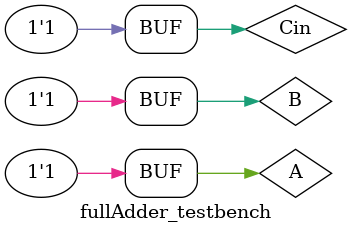
<source format=sv>
`timescale 1ns/10ps
module fullAdder(A,B,Cin,Cout,sum);
	input logic A, B, Cin;
	output logic Cout, sum;
	
	logic xorAB, andABC, andAB;
	
	xor #0.05 XAB (xorAB, A, B);
	xor #0.05 XABCin (sum, xorAB, Cin);
	and #0.05 AABCin (andABC, Cin, xorAB);
	and #0.05 AAB (andAB, A,B);
	or #0.05 OAA (Cout, andABC, andAB);
	
endmodule

module fullAdder_testbench();
	logic A,B,Cin;
	logic Cout, sum;
	
	fullAdder dut(.A,.B,.Cin,.Cout,.sum);
	
	initial begin
		A = 0; B = 0; Cin = 0;#10;
		A = 0; B = 0; Cin = 1;#10;
		A = 0; B = 1; Cin = 0;#10;
		A = 0; B = 1; Cin = 1;#10;
		A = 1; B = 0; Cin = 0;#10;
		A = 1; B = 0; Cin = 1;#10;
		A = 1; B = 1; Cin = 0;#10;
		A = 1; B = 1; Cin = 1;#10;
	end
endmodule 
</source>
